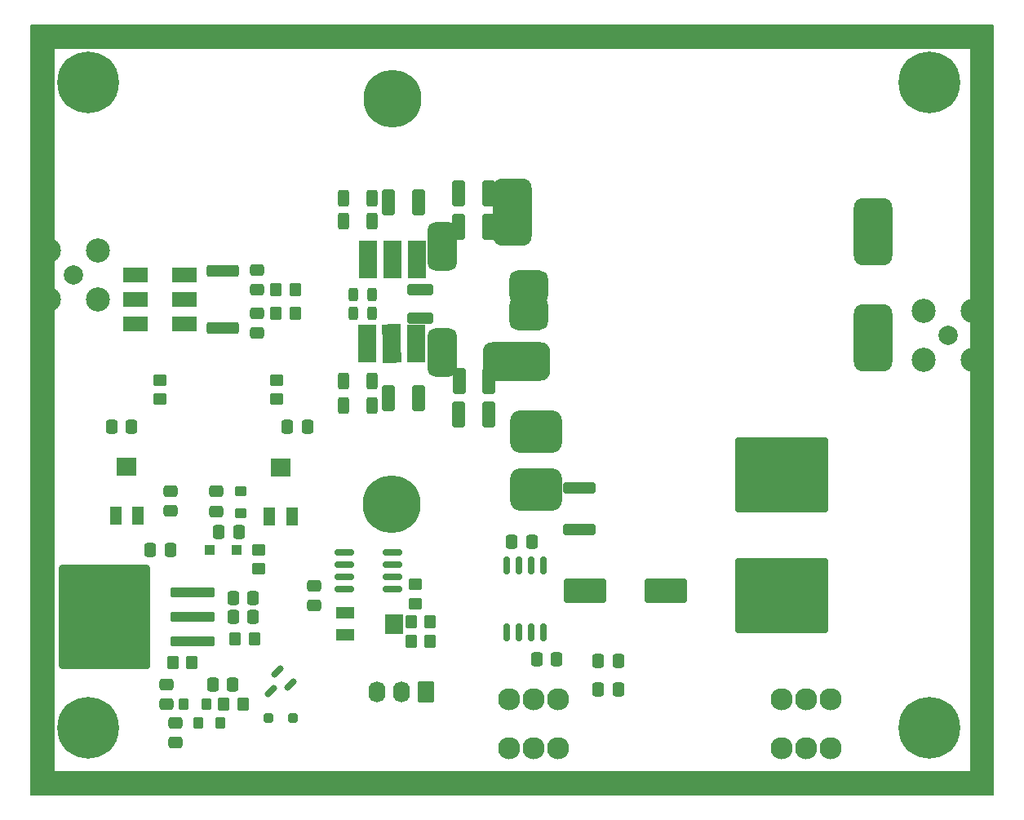
<source format=gts>
G04 #@! TF.GenerationSoftware,KiCad,Pcbnew,8.0.4*
G04 #@! TF.CreationDate,2024-11-19T14:33:49+01:00*
G04 #@! TF.ProjectId,MUNIN 100,4d554e49-4e20-4313-9030-2e6b69636164,0*
G04 #@! TF.SameCoordinates,Original*
G04 #@! TF.FileFunction,Soldermask,Top*
G04 #@! TF.FilePolarity,Negative*
%FSLAX46Y46*%
G04 Gerber Fmt 4.6, Leading zero omitted, Abs format (unit mm)*
G04 Created by KiCad (PCBNEW 8.0.4) date 2024-11-19 14:33:49*
%MOMM*%
%LPD*%
G01*
G04 APERTURE LIST*
G04 Aperture macros list*
%AMRoundRect*
0 Rectangle with rounded corners*
0 $1 Rounding radius*
0 $2 $3 $4 $5 $6 $7 $8 $9 X,Y pos of 4 corners*
0 Add a 4 corners polygon primitive as box body*
4,1,4,$2,$3,$4,$5,$6,$7,$8,$9,$2,$3,0*
0 Add four circle primitives for the rounded corners*
1,1,$1+$1,$2,$3*
1,1,$1+$1,$4,$5*
1,1,$1+$1,$6,$7*
1,1,$1+$1,$8,$9*
0 Add four rect primitives between the rounded corners*
20,1,$1+$1,$2,$3,$4,$5,0*
20,1,$1+$1,$4,$5,$6,$7,0*
20,1,$1+$1,$6,$7,$8,$9,0*
20,1,$1+$1,$8,$9,$2,$3,0*%
%AMRotRect*
0 Rectangle, with rotation*
0 The origin of the aperture is its center*
0 $1 length*
0 $2 width*
0 $3 Rotation angle, in degrees counterclockwise*
0 Add horizontal line*
21,1,$1,$2,0,0,$3*%
G04 Aperture macros list end*
%ADD10RoundRect,0.750000X-0.750000X1.750000X-0.750000X-1.750000X0.750000X-1.750000X0.750000X1.750000X0*%
%ADD11RoundRect,0.875000X-1.125000X0.875000X-1.125000X-0.875000X1.125000X-0.875000X1.125000X0.875000X0*%
%ADD12RoundRect,0.250000X0.475000X-0.337500X0.475000X0.337500X-0.475000X0.337500X-0.475000X-0.337500X0*%
%ADD13C,6.000000*%
%ADD14R,1.905000X4.000000*%
%ADD15RotRect,1.905000X4.000000X181.300000*%
%ADD16RoundRect,0.250000X-0.450000X0.350000X-0.450000X-0.350000X0.450000X-0.350000X0.450000X0.350000X0*%
%ADD17RoundRect,0.150000X0.825000X0.150000X-0.825000X0.150000X-0.825000X-0.150000X0.825000X-0.150000X0*%
%ADD18RoundRect,0.250000X0.337500X0.475000X-0.337500X0.475000X-0.337500X-0.475000X0.337500X-0.475000X0*%
%ADD19RoundRect,0.250000X-0.275000X-0.350000X0.275000X-0.350000X0.275000X0.350000X-0.275000X0.350000X0*%
%ADD20RoundRect,0.250000X-0.337500X-0.475000X0.337500X-0.475000X0.337500X0.475000X-0.337500X0.475000X0*%
%ADD21RoundRect,0.250000X-1.450000X0.312500X-1.450000X-0.312500X1.450000X-0.312500X1.450000X0.312500X0*%
%ADD22RoundRect,0.250000X-0.412500X-1.100000X0.412500X-1.100000X0.412500X1.100000X-0.412500X1.100000X0*%
%ADD23RoundRect,0.250000X-0.475000X0.337500X-0.475000X-0.337500X0.475000X-0.337500X0.475000X0.337500X0*%
%ADD24RoundRect,0.250000X-0.350000X-0.450000X0.350000X-0.450000X0.350000X0.450000X-0.350000X0.450000X0*%
%ADD25RoundRect,0.150000X0.150000X-0.800000X0.150000X0.800000X-0.150000X0.800000X-0.150000X-0.800000X0*%
%ADD26RoundRect,0.250000X-0.312500X-0.625000X0.312500X-0.625000X0.312500X0.625000X-0.312500X0.625000X0*%
%ADD27RoundRect,0.250000X-1.950000X-1.000000X1.950000X-1.000000X1.950000X1.000000X-1.950000X1.000000X0*%
%ADD28RoundRect,0.250000X2.050000X0.300000X-2.050000X0.300000X-2.050000X-0.300000X2.050000X-0.300000X0*%
%ADD29RoundRect,0.250000X2.012537X2.385570X-2.037408X2.364365X-2.012537X-2.385570X2.037408X-2.364365X0*%
%ADD30RoundRect,0.250002X4.449998X5.149998X-4.449998X5.149998X-4.449998X-5.149998X4.449998X-5.149998X0*%
%ADD31RoundRect,0.250000X2.025000X2.375000X-2.025000X2.375000X-2.025000X-2.375000X2.025000X-2.375000X0*%
%ADD32RoundRect,0.250000X0.250000X0.250000X-0.250000X0.250000X-0.250000X-0.250000X0.250000X-0.250000X0*%
%ADD33RoundRect,0.250000X-1.100000X0.325000X-1.100000X-0.325000X1.100000X-0.325000X1.100000X0.325000X0*%
%ADD34C,0.800000*%
%ADD35C,6.400000*%
%ADD36RoundRect,0.243750X0.243750X0.456250X-0.243750X0.456250X-0.243750X-0.456250X0.243750X-0.456250X0*%
%ADD37RoundRect,0.249998X4.550002X-3.650002X4.550002X3.650002X-4.550002X3.650002X-4.550002X-3.650002X0*%
%ADD38C,1.998980*%
%ADD39C,2.499360*%
%ADD40C,2.300000*%
%ADD41RoundRect,0.250000X0.620000X0.845000X-0.620000X0.845000X-0.620000X-0.845000X0.620000X-0.845000X0*%
%ADD42O,1.740000X2.190000*%
%ADD43R,1.900000X1.300000*%
%ADD44R,1.900000X2.000000*%
%ADD45R,1.300000X1.900000*%
%ADD46R,2.000000X1.900000*%
%ADD47RoundRect,0.250000X0.350000X0.450000X-0.350000X0.450000X-0.350000X-0.450000X0.350000X-0.450000X0*%
%ADD48RoundRect,0.250000X0.300000X0.300000X-0.300000X0.300000X-0.300000X-0.300000X0.300000X-0.300000X0*%
%ADD49RoundRect,1.000000X2.500000X-1.000000X2.500000X1.000000X-2.500000X1.000000X-2.500000X-1.000000X0*%
%ADD50RoundRect,1.000000X1.000000X-2.500000X1.000000X2.500000X-1.000000X2.500000X-1.000000X-2.500000X0*%
%ADD51RoundRect,0.150000X0.309359X0.521491X-0.521491X-0.309359X-0.309359X-0.521491X0.521491X0.309359X0*%
%ADD52R,2.540000X1.650000*%
%ADD53RoundRect,0.250000X-1.425000X0.362500X-1.425000X-0.362500X1.425000X-0.362500X1.425000X0.362500X0*%
%ADD54RoundRect,1.100000X-1.600000X-1.100000X1.600000X-1.100000X1.600000X1.100000X-1.600000X1.100000X0*%
%ADD55RoundRect,0.250000X-0.350000X0.275000X-0.350000X-0.275000X0.350000X-0.275000X0.350000X0.275000X0*%
G04 APERTURE END LIST*
D10*
X87750000Y-98000000D03*
D11*
X96750000Y-102250000D03*
X96750000Y-105000000D03*
D10*
X87750000Y-109000000D03*
D12*
X59100000Y-145537500D03*
X59100000Y-143462500D03*
D13*
X82500000Y-124792500D03*
D14*
X85040000Y-108132500D03*
D15*
X82500000Y-108132500D03*
D14*
X79960000Y-108132500D03*
D16*
X58500000Y-111900000D03*
X58500000Y-113900000D03*
D17*
X82575000Y-133605000D03*
X82575000Y-132335000D03*
X82575000Y-131065000D03*
X82575000Y-129795000D03*
X77625000Y-129795000D03*
X77625000Y-131065000D03*
X77625000Y-132335000D03*
X77625000Y-133605000D03*
D18*
X73787500Y-116750000D03*
X71712500Y-116750000D03*
D19*
X60950000Y-145500000D03*
X63250000Y-145500000D03*
D20*
X57462500Y-129500000D03*
X59537500Y-129500000D03*
D21*
X102000000Y-123112500D03*
X102000000Y-127387500D03*
D22*
X89500000Y-112000000D03*
X92625000Y-112000000D03*
D23*
X64299000Y-123462500D03*
X64299000Y-125537500D03*
D18*
X97037500Y-128645900D03*
X94962500Y-128645900D03*
D22*
X89437500Y-92500000D03*
X92562500Y-92500000D03*
D23*
X74500000Y-133212500D03*
X74500000Y-135287500D03*
D22*
X89437500Y-115500000D03*
X92562500Y-115500000D03*
D24*
X66250000Y-138750000D03*
X68250000Y-138750000D03*
D16*
X70600000Y-111900000D03*
X70600000Y-113900000D03*
D25*
X94451000Y-138120700D03*
X95721000Y-138120700D03*
X96991000Y-138120700D03*
X98261000Y-138120700D03*
X98261000Y-131120700D03*
X96991000Y-131120700D03*
X95721000Y-131120700D03*
X94451000Y-131120700D03*
D26*
X77537500Y-114514600D03*
X80462500Y-114514600D03*
D27*
X102550000Y-133750000D03*
X110950000Y-133750000D03*
D28*
X61875000Y-139040000D03*
X61875000Y-136500000D03*
D29*
X55150000Y-139275000D03*
X55150000Y-133725000D03*
D30*
X52725000Y-136500000D03*
D31*
X50300000Y-139275000D03*
X50300000Y-133725000D03*
D28*
X61875000Y-133960000D03*
D32*
X72250000Y-147000000D03*
X69750000Y-147000000D03*
D33*
X85500000Y-102525000D03*
X85500000Y-105475000D03*
D34*
X135902944Y-148000000D03*
X136605888Y-146302944D03*
X136605888Y-149697056D03*
X138302944Y-145600000D03*
D35*
X138302944Y-148000000D03*
D34*
X138302944Y-150400000D03*
X140000000Y-146302944D03*
X140000000Y-149697056D03*
X140702944Y-148000000D03*
D18*
X106037500Y-144000000D03*
X103962500Y-144000000D03*
D36*
X80437500Y-103000000D03*
X78562500Y-103000000D03*
D20*
X66062500Y-134500000D03*
X68137500Y-134500000D03*
D37*
X123000000Y-134250000D03*
X123000000Y-121750000D03*
D38*
X140250000Y-107250000D03*
D39*
X142790000Y-109790000D03*
X142790000Y-104710000D03*
X137710000Y-109790000D03*
X137710000Y-104710000D03*
D40*
X123000000Y-150080000D03*
X125540000Y-150080000D03*
X128080000Y-150080000D03*
X123000000Y-145000000D03*
X125540000Y-145000000D03*
X128080000Y-145000000D03*
D22*
X82187500Y-93500000D03*
X85312500Y-93500000D03*
D26*
X77537500Y-93000000D03*
X80462500Y-93000000D03*
D23*
X68500000Y-100462500D03*
X68500000Y-102537500D03*
D41*
X86025000Y-144250000D03*
D42*
X83485000Y-144250000D03*
X80945000Y-144250000D03*
D43*
X77650000Y-136050000D03*
D44*
X82750000Y-137200000D03*
D43*
X77650000Y-138350000D03*
D45*
X53850000Y-125950000D03*
D46*
X55000000Y-120850000D03*
D45*
X56150000Y-125950000D03*
D47*
X86500000Y-139000000D03*
X84500000Y-139000000D03*
D18*
X66037500Y-143500000D03*
X63962500Y-143500000D03*
D34*
X48600000Y-148000000D03*
X49302944Y-146302944D03*
X49302944Y-149697056D03*
X51000000Y-145600000D03*
D35*
X51000000Y-148000000D03*
D34*
X51000000Y-150400000D03*
X52697056Y-146302944D03*
X52697056Y-149697056D03*
X53400000Y-148000000D03*
D13*
X82600000Y-82707500D03*
D14*
X80060000Y-99367500D03*
X82600000Y-99367500D03*
X85140000Y-99367500D03*
D20*
X53462500Y-116750000D03*
X55537500Y-116750000D03*
D48*
X66400000Y-129541400D03*
X63600000Y-129541400D03*
D40*
X99800000Y-145020000D03*
X97260000Y-145020000D03*
X94720000Y-145020000D03*
X99800000Y-150100000D03*
X97260000Y-150100000D03*
X94720000Y-150100000D03*
D18*
X99637500Y-140900000D03*
X97562500Y-140900000D03*
D36*
X80437500Y-105000000D03*
X78562500Y-105000000D03*
D49*
X95500000Y-110000000D03*
D50*
X132500000Y-107500000D03*
X132500000Y-96500000D03*
X95000000Y-94500000D03*
D22*
X89437500Y-96000000D03*
X92562500Y-96000000D03*
D18*
X66637500Y-127700000D03*
X64562500Y-127700000D03*
D26*
X77537500Y-95438400D03*
X80462500Y-95438400D03*
D24*
X70500000Y-105000000D03*
X72500000Y-105000000D03*
D51*
X72000000Y-143500000D03*
X70656497Y-142156497D03*
X70002423Y-144154074D03*
D19*
X62450000Y-147500000D03*
X64750000Y-147500000D03*
D52*
X61040000Y-106040000D03*
X61040000Y-103500000D03*
X61040000Y-100960000D03*
X55960000Y-100960000D03*
X55960000Y-103500000D03*
X55960000Y-106040000D03*
D16*
X85000000Y-133100000D03*
X85000000Y-135100000D03*
D12*
X60100000Y-149537500D03*
X60100000Y-147462500D03*
D16*
X68700000Y-129500000D03*
X68700000Y-131500000D03*
D20*
X66062500Y-136500000D03*
X68137500Y-136500000D03*
D18*
X106037500Y-141000000D03*
X103962500Y-141000000D03*
D24*
X65100000Y-145500000D03*
X67100000Y-145500000D03*
X84500000Y-137000000D03*
X86500000Y-137000000D03*
D53*
X65000000Y-100537500D03*
X65000000Y-106462500D03*
D12*
X68500000Y-107037500D03*
X68500000Y-104962500D03*
D34*
X48600000Y-81000000D03*
X49302944Y-79302944D03*
X49302944Y-82697056D03*
X51000000Y-78600000D03*
D35*
X51000000Y-81000000D03*
D34*
X51000000Y-83400000D03*
X52697056Y-79302944D03*
X52697056Y-82697056D03*
X53400000Y-81000000D03*
D26*
X77537500Y-112000000D03*
X80462500Y-112000000D03*
D24*
X59800000Y-141200000D03*
X61800000Y-141200000D03*
D54*
X97500000Y-117250000D03*
X97500000Y-123250000D03*
D34*
X135902944Y-81000000D03*
X136605888Y-79302944D03*
X136605888Y-82697056D03*
X138302944Y-78600000D03*
D35*
X138302944Y-81000000D03*
D34*
X138302944Y-83400000D03*
X140000000Y-79302944D03*
X140000000Y-82697056D03*
X140702944Y-81000000D03*
D22*
X82187500Y-113750000D03*
X85312500Y-113750000D03*
D38*
X49500000Y-101000000D03*
D39*
X46960000Y-98460000D03*
X46960000Y-103540000D03*
X52040000Y-98460000D03*
X52040000Y-103540000D03*
D45*
X69850000Y-126050000D03*
D46*
X71000000Y-120950000D03*
D45*
X72150000Y-126050000D03*
D24*
X70500000Y-102500000D03*
X72500000Y-102500000D03*
D23*
X59549200Y-123398500D03*
X59549200Y-125473500D03*
D55*
X66839000Y-123438400D03*
X66839000Y-125738400D03*
G36*
X47693039Y-75019685D02*
G01*
X47738794Y-75072489D01*
X47750000Y-75124000D01*
X47750000Y-77376000D01*
X47730315Y-77443039D01*
X47677511Y-77488794D01*
X47626000Y-77500000D01*
X47500000Y-77500000D01*
X47500000Y-152500000D01*
X47626000Y-152500000D01*
X47693039Y-152519685D01*
X47738794Y-152572489D01*
X47750000Y-152624000D01*
X47750000Y-154876000D01*
X47730315Y-154943039D01*
X47677511Y-154988794D01*
X47626000Y-155000000D01*
X45124000Y-155000000D01*
X45056961Y-154980315D01*
X45011206Y-154927511D01*
X45000000Y-154876000D01*
X45000000Y-75124000D01*
X45019685Y-75056961D01*
X45072489Y-75011206D01*
X45124000Y-75000000D01*
X47626000Y-75000000D01*
X47693039Y-75019685D01*
G37*
G36*
X144943039Y-77269685D02*
G01*
X144988794Y-77322489D01*
X145000000Y-77374000D01*
X145000000Y-152626000D01*
X144980315Y-152693039D01*
X144927511Y-152738794D01*
X144876000Y-152750000D01*
X142512211Y-152750000D01*
X142488021Y-152747618D01*
X142477966Y-152745618D01*
X142416054Y-152713233D01*
X142381480Y-152652517D01*
X142385219Y-152582748D01*
X142426085Y-152526076D01*
X142491103Y-152500494D01*
X142499899Y-152500100D01*
X142500000Y-152500000D01*
X142500000Y-77500000D01*
X142499103Y-77499103D01*
X142435117Y-77480315D01*
X142389362Y-77427511D01*
X142379418Y-77358353D01*
X142408443Y-77294797D01*
X142467221Y-77257023D01*
X142477966Y-77254382D01*
X142488021Y-77252382D01*
X142512211Y-77250000D01*
X144876000Y-77250000D01*
X144943039Y-77269685D01*
G37*
G36*
X144943039Y-75019685D02*
G01*
X144988794Y-75072489D01*
X145000000Y-75124000D01*
X145000000Y-154876000D01*
X144980315Y-154943039D01*
X144927511Y-154988794D01*
X144876000Y-155000000D01*
X47374000Y-155000000D01*
X47306961Y-154980315D01*
X47261206Y-154927511D01*
X47250000Y-154876000D01*
X47250000Y-152512210D01*
X47252383Y-152488017D01*
X47254383Y-152477963D01*
X47286769Y-152416053D01*
X47347485Y-152381479D01*
X47417254Y-152385220D01*
X47473926Y-152426087D01*
X47499507Y-152491105D01*
X47499899Y-152499899D01*
X47500000Y-152500000D01*
X142500000Y-152500000D01*
X142500000Y-152374000D01*
X142519685Y-152306961D01*
X142572489Y-152261206D01*
X142624000Y-152250000D01*
X144750000Y-152250000D01*
X144750000Y-77750000D01*
X142624000Y-77750000D01*
X142556961Y-77730315D01*
X142511206Y-77677511D01*
X142500000Y-77626000D01*
X142500000Y-77500000D01*
X47500000Y-77500000D01*
X47499103Y-77500896D01*
X47480315Y-77564882D01*
X47427511Y-77610637D01*
X47358353Y-77620581D01*
X47294797Y-77591556D01*
X47257023Y-77532778D01*
X47254383Y-77522036D01*
X47252383Y-77511982D01*
X47250000Y-77487789D01*
X47250000Y-75124000D01*
X47269685Y-75056961D01*
X47322489Y-75011206D01*
X47374000Y-75000000D01*
X144876000Y-75000000D01*
X144943039Y-75019685D01*
G37*
M02*

</source>
